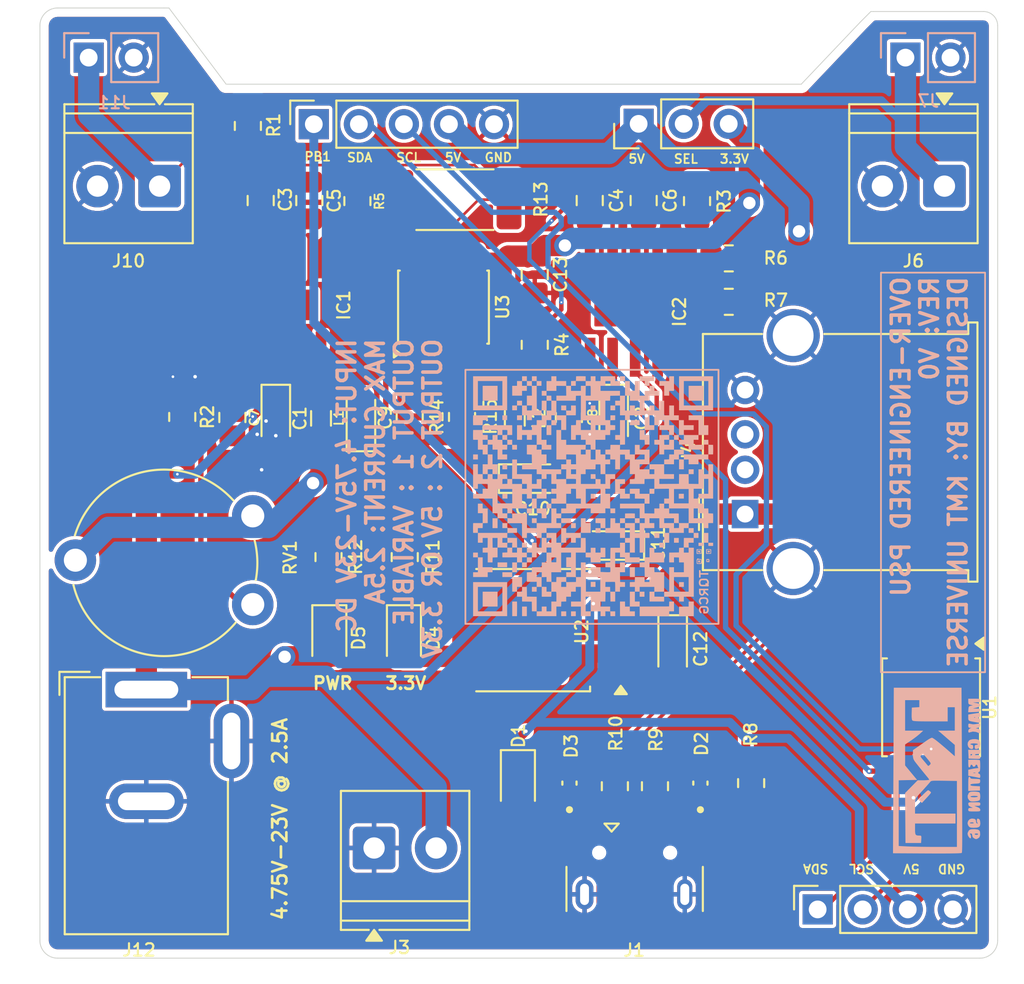
<source format=kicad_pcb>
(kicad_pcb (version 20241229) (generator "pcbnew") (generator_version "9.0")
  (layers (0 "F.Cu" signal) (2 "B.Cu" signal) (13 "F.Paste" user) (15 "B.Paste" user) (5 "F.SilkS" user "F.Silkscreen") (7 "B.SilkS" user "B.Silkscreen") (1 "F.Mask" user) (3 "B.Mask" user) (25 "Edge.Cuts" user))
  (net 0 "")
  (net 1 "GND")
  (net 2 "/BARREL")
  (net 3 "Net-(IC1-SS)")
  (net 4 "Net-(IC2-SS)")
  (net 5 "Net-(C5-Pad2)")
  (net 6 "Net-(IC1-COMP)")
  (net 7 "Net-(IC2-COMP)")
  (net 8 "Net-(C6-Pad2)")
  (net 9 "Net-(IC1-BS)")
  (net 10 "Net-(IC1-SW)")
  (net 11 "Net-(IC2-BS)")
  (net 12 "Net-(IC2-SW)")
  (net 13 "VAR_V")
  (net 14 "5V")
  (net 15 "3.3V")
  (net 16 "Net-(D1-A)")
  (net 17 "Net-(J1-D+)")
  (net 18 "Net-(J1-D-)")
  (net 19 "Net-(D4-K)")
  (net 20 "Net-(D5-K)")
  (net 21 "Net-(IC1-FB)")
  (net 22 "Net-(IC1-EN)")
  (net 23 "Net-(IC2-EN)")
  (net 24 "Net-(IC2-FB)")
  (net 28 "Net-(J5-Pin_2)")
  (net 29 "/SCL")
  (net 30 "/SDA")
  (net 31 "/PB1")
  (net 32 "/D+")
  (net 33 "/D-")
  (net 34 "Net-(U3-IN+)")
  (net 35 "Net-(U3-SDA)")
  (net 36 "Net-(U3-SCL)")
  (footprint "Inductor_SMD:L_0805_2012Metric_Pad1.05x1.20mm_HandSolder" (layer "F.Cu") (at 117.85 98.35 -90)
    (property "Reference" "L1")
    (property "Value" "2uH")
  )
  (footprint "Package_TO_SOT_SMD:TO-252-3_TabPin2" (layer "F.Cu") (at 129.71 110.2975 180)
    (property "Reference" "U2")
    (property "Value" "LM1117DT-3.3" (hide yes))
  )
  (footprint "Connector_PinHeader_2.54mm:PinHeader_1x03_P2.54mm_Vertical" (layer "F.Cu") (at 135.756667 81.735 90)
    (property "Reference" "J5" (hide yes))
    (property "Value" "01x03")
  )
  (footprint "Capacitor_SMD:C_0805_2012Metric_Pad1.18x1.45mm_HandSolder" (layer "F.Cu") (at 117.1892 86.0625 90)
    (property "Reference" "C5")
    (property "Value" "4.8nf")
  )
  (footprint "Capacitor_Tantalum_SMD:CP_EIA-2012-15_AVX-P_HandSolder" (layer "F.Cu") (at 120.1 98.31 90)
    (property "Reference" "C9")
    (property "Value" "12uf")
  )
  (footprint "MP2307.preety:SO8-TH" (layer "F.Cu") (at 115.945 91.95)
    (property "Reference" "IC1")
    (property "Value" "MP2307")
  )
  (footprint "Connector_USB:USB_A_Molex_67643_Horizontal" (layer "F.Cu") (at 141.76 103.75 90)
    (property "Reference" "J4")
    (property "Value" "USB_A")
  )
  (footprint "Resistor_SMD:R_0805_2012Metric_Pad1.20x1.40mm_HandSolder" (layer "F.Cu") (at 136.678 119.1 90)
    (property "Reference" "R9")
    (property "Value" "66.5")
  )
  (footprint "Capacitor_Tantalum_SMD:CP_EIA-2012-15_AVX-P_HandSolder" (layer "F.Cu") (at 134.17 105.5225 180)
    (property "Reference" "C11")
    (property "Value" "10uf")
  )
  (footprint "LED_SMD:LED_0805_2012Metric_Pad1.15x1.40mm_HandSolder" (layer "F.Cu") (at 122.525 110.75 -90)
    (property "Reference" "D4")
    (property "Value" "LED" (hide yes))
  )
  (footprint "Resistor_SMD:R_0805_2012Metric_Pad1.20x1.40mm_HandSolder" (layer "F.Cu") (at 122.85 98.27 90)
    (property "Reference" "R14")
    (property "Value" "3.3k")
  )
  (footprint "Resistor_SMD:R_0805_2012Metric_Pad1.20x1.40mm_HandSolder" (layer "F.Cu") (at 122.57 106.175 90)
    (property "Reference" "R11")
    (property "Value" "220")
  )
  (footprint "Package_SO:SOIC-8_3.9x4.9mm_P1.27mm" (layer "F.Cu") (at 124.755 92.075 90)
    (property "Reference" "U3")
    (property "Value" "INA219AxD")
  )
  (footprint "Resistor_SMD:R_0805_2012Metric_Pad1.20x1.40mm_HandSolder" (layer "F.Cu") (at 113.725 81.855 90)
    (property "Reference" "R1")
    (property "Value" "8.2k")
  )
  (footprint "BZT52C3V6T-7.preety:DIO_BZT52C3V6T-7" (layer "F.Cu") (at 139.239 118.925 90)
    (property "Reference" "D2")
    (property "Value" "BZT52C3V6T-7" (hide yes))
  )
  (footprint "MP2307.preety:SO8-TH" (layer "F.Cu") (at 134.925 92.3)
    (property "Reference" "IC2")
    (property "Value" "MP2307")
  )
  (footprint "Connector_PinSocket_2.54mm:PinSocket_1x04_P2.54mm_Vertical" (layer "F.Cu") (at 145.85 126.05 90)
    (property "Reference" "J8" (hide yes))
    (property "Value" "01x04")
  )
  (footprint "Capacitor_SMD:C_0805_2012Metric_Pad1.18x1.45mm_HandSolder" (layer "F.Cu") (at 112.85 98.3 -90)
    (property "Reference" "C7")
    (property "Value" "10nf")
  )
  (footprint "Resistor_SMD:R_0805_2012Metric_Pad1.20x1.40mm_HandSolder" (layer "F.Cu") (at 140.84 91.775 180)
    (property "Reference" "R7")
    (property "Value" "44.2k")
  )
  (footprint "TerminalBlock_Phoenix:TerminalBlock_Phoenix_PT-1,5-2-3.5-H_1x02_P3.50mm_Horizontal" (layer "F.Cu") (at 120.841083 122.585)
    (property "Reference" "J3")
    (property "Value" "01x02")
  )
  (footprint "Connector_USB:USB_Micro-B_XKB_U254-051T-4BH83-F1S" (layer "F.Cu") (at 135.532167 124.81)
    (property "Reference" "J1")
    (property "Value" "USB_B_Micro")
  )
  (footprint "TerminalBlock_Phoenix:TerminalBlock_Phoenix_PT-1,5-2-3.5-H_1x02_P3.50mm_Horizontal" (layer "F.Cu") (at 153 85.25 180)
    (property "Reference" "J6")
    (property "Value" "01x02")
  )
  (footprint "Capacitor_SMD:C_0805_2012Metric_Pad1.18x1.45mm_HandSolder" (layer "F.Cu") (at 114.4484 86.0625 90)
    (property "Reference" "C3")
    (property "Value" "0.1uf")
  )
  (footprint "Diode_SMD:D_0805_2012Metric_Pad1.15x1.40mm_HandSolder" (layer "F.Cu") (at 128.95 118.925 -90)
    (property "Reference" "D1")
    (property "Value" "1N5819" (hide yes))
  )
  (footprint "Capacitor_SMD:C_0805_2012Metric_Pad1.18x1.45mm_HandSolder" (layer "F.Cu") (at 129.9 90.2375 -90)
    (property "Reference" "C13")
    (property "Value" "0.1uf")
  )
  (footprint "Resistor_SMD:R_0805_2012Metric_Pad1.20x1.40mm_HandSolder" (layer "F.Cu") (at 118.2725 106.175 90)
    (property "Reference" "R12")
    (property "Value" "2K")
  )
  (footprint "Resistor_SMD:R_0805_2012Metric_Pad1.20x1.40mm_HandSolder" (layer "F.Cu") (at 140.84 89.325)
    (property "Reference" "R6")
    (property "Value" "10k")
  )
  (footprint "Resistor_SMD:R_0805_2012Metric_Pad1.20x1.40mm_HandSolder" (layer "F.Cu") (at 110.025 98.27 90)
    (property "Reference" "R2")
    (property "Value" "100k")
  )
  (footprint "Resistor_SMD:R_0805_2012Metric_Pad1.20x1.40mm_HandSolder" (layer "F.Cu") (at 119.9 86.0925 90)
    (property "Reference" "R5")
    (property "Value" "8.2k")
  )
  (footprint "Resistor_SMD:R_0805_2012Metric_Pad1.20x1.40mm_HandSolder" (layer "F.Cu") (at 139.05 86.0925 -90)
    (property "Reference" "R3")
    (property "Value" "8.2k")
  )
  (footprint "Potentiometer_THT:Potentiometer_Piher_PT-10-V10_Vertical" (layer "F.Cu") (at 114 103.85 180)
    (property "Reference" "RV1")
    (property "Value" "220k")
  )
  (footprint "Resistor_SMD:R_0805_2012Metric_Pad1.20x1.40mm_HandSolder" (layer "F.Cu") (at 142.1 118.925 -90)
    (property "Reference" "R8")
    (property "Value" "1.5k")
  )
  (footprint "Connector_PinSocket_2.54mm:PinSocket_1x05_P2.54mm_Vertical" (layer "F.Cu") (at 117.443333 81.755 90)
    (property "Reference" "J9" (hide yes))
    (property "Value" "01x05")
  )
  (footprint "Resistor_SMD:R_0805_2012Metric_Pad1.20x1.40mm_HandSolder" (layer "F.Cu") (at 134.417 119.1 90)
    (property "Reference" "R10")
    (property "Value" "66.5")
  )
  (footprint "Inductor_SMD:L_0805_2012Metric_Pad1.05x1.20mm_HandSolder" (layer "F.Cu") (at 128.775 98.35 -90)
    (property "Reference" "L2")
    (property "Value" "2uH")
  )
  (footprint "Capacitor_Tantalum_SMD:CP_EIA-2012-15_AVX-P_HandSolder" (layer "F.Cu") (at 134.35 98.35 -90)
    (property "Reference" "C2")
    (property "Value" "12uf")
  )
  (footprint "Resistor_SMD:R_2512_6332Metric_Pad1.40x3.35mm_HandSolder" (layer "F.Cu") (at 125.4 86.0125)
    (property "Reference" "R13")
    (property "Value" "10m")
  )
  (footprint "Capacitor_SMD:C_0805_2012Metric_Pad1.18x1.45mm_HandSolder" (layer "F.Cu") (at 136.04 86.0625 90)
    (property "Reference" "C6")
    (property "Value" "4.8nf")
  )
  (footprint "Resistor_SMD:R_0805_2012Metric_Pad1.20x1.40mm_HandSolder" (layer "F.Cu") (at 125.8 98.27 90)
    (property "Reference" "R15")
    (property "Value" "3.3k")
  )
  (footprint "Resistor_SMD:R_0805_2012Metric_Pad1.20x1.40mm_HandSolder" (layer "F.Cu") (at 129.9 94.2 90)
    (property "Reference" "R4")
    (property "Value" "100k")
  )
  (footprint "TerminalBlock_Phoenix:TerminalBlock_Phoenix_PT-1,5-2-3.5-H_1x02_P3.50mm_Horizontal" (layer "F.Cu") (at 108.75 85.25 180)
    (property "Reference" "J10")
    (property "Value" "01x02")
  )
  (footprint "Capacitor_SMD:C_0805_2012Metric_Pad1.18x1.45mm_HandSolder" (layer "F.Cu") (at 133 86.0625 90)
    (property "Reference" "C4")
    (property "Value" "0.1uf")
  )
  (footprint "Capacitor_Tantalum_SMD:CP_EIA-2012-15_AVX-P_HandSolder" (layer "F.Cu") (at 115.3 98.35 -90)
    (property "Reference" "C1")
    (property "Value" "12uf")
  )
  (footprint "Capacitor_SMD:C_0805_2012Metric_Pad1.18x1.45mm_HandSolder" (layer "F.Cu") (at 131.825 98.3 -90)
    (property "Reference" "C8")
    (property "Value" "10nf")
  )
  (footprint "BZT52C3V6T-7.preety:DIO_BZT52C3V6T-7" (layer "F.Cu") (at 131.856 118.925 90)
    (property "Reference" "D3")
    (property "Value" "BZT52C3V6T-7" (hide yes))
  )
  (footprint "Connector_BarrelJack:BarrelJack_GCT_DCJ200-10-A_Horizontal" (layer "F.Cu") (at 108 113.65)
    (property "Reference" "J12")
    (property "Value" "Barrel_Jack_Switch")
  )
  (footprint "Capacitor_Tantalum_SMD:CP_EIA-2012-15_AVX-P_HandSolder" (layer "F.Cu") (at 129.7725 101.75)
    (property "Reference" "C10")
    (property "Value" "12uf")
  )
  (footprint "LED_SMD:LED_0805_2012Metric_Pad1.15x1.40mm_HandSolder" (layer "F.Cu") (at 118.3175 110.75 -90)
    (property "Reference" "D5")
    (property "Value" "LED" (hide yes))
  )
  (footprint "Package_SO:SOIC-8_5.3x5.3mm_P1.27mm" (layer "F.Cu") (at 152.245 114.65 -90)
    (property "Reference" "U1")
    (property "Value" "ATtiny85V-10S")
  )
  (footprint "Capacitor_Tantalum_SMD:CP_EIA-2012-15_AVX-P_HandSolder" (layer "F.Cu") (at 137.675 111.35 -90)
    (property "Reference" "C12")
    (property "Value" "10uf")
  )
  (footprint "LOGO" (layer "B.Cu") (at 133.19 102.74 -90)
    (property "Reference" "G***" (hide yes))
    (property "Value" "LOGO" (hide yes))
  )
  (footprint "LOGO" (layer "B.Cu") (at 152.58149 118.524411 -90)
    (property "Reference" "G***" (hide yes))
    (property "Value" "LOGO" (hide yes))
  )
  (footprint "Connector_PinHeader_2.54mm:PinHeader_1x02_P2.54mm_Vertical" (layer "B.Cu") (at 150.8 78 -90)
    (property "Reference" "J7")
    (property "Value" "01x02")
  )
  (footprint "Connector_PinHeader_2.54mm:PinHeader_1x02_P2.54mm_Vertical" (layer "B.Cu") (at 104.75 78 -90)
    (property "Reference" "J11")
    (property "Value" "01x02")
  )
  (gr_rect (start 125.99 95.61) (end 140.26 109.94) (stroke (width 0.1)) (fill no) (layer "B.SilkS"))
  (gr_rect (start 149.42 90.13) (end 155.29 112.67) (stroke (width 0.1)) (fill no) (layer "B.SilkS"))
  (gr_arc (start 102 76.2) (mid 102.292893 75.492893) (end 103 75.2) (stroke (width 0.05)) (layer "Edge.Cuts"))
  (gr_line (start 149 75.4) (end 148.85 75.4) (stroke (width 0.05)) (layer "Edge.Cuts"))
  (gr_line (start 144.925 79.5) (end 112.5 79.5) (stroke (width 0.05)) (layer "Edge.Cuts"))
  (gr_line (start 148.75 75.5) (end 148.85 75.4) (stroke (width 0.05)) (layer "Edge.Cuts"))
  (gr_line (start 102 127.8) (end 102 76.2) (stroke (width 0.05)) (layer "Edge.Cuts"))
  (gr_line (start 112.5 79.5) (end 109.5 75.5) (stroke (width 0.05)) (layer "Edge.Cuts"))
  (gr_line (start 109 75.2) (end 109.275 75.2) (stroke (width 0.05)) (layer "Edge.Cuts"))
  (gr_line (start 103 128.8) (end 155 128.8) (stroke (width 0.05)) (layer "Edge.Cuts"))
  (gr_line (start 156 127.8) (end 156 76.2) (stroke (width 0.05)) (layer "Edge.Cuts"))
  (gr_line (start 109.5 75.5) (end 109.275 75.2) (stroke (width 0.05)) (layer "Edge.Cuts"))
  (gr_arc (start 155.2 75.4) (mid 155.765685 75.634315) (end 156 76.2) (stroke (width 0.05)) (layer "Edge.Cuts"))
  (gr_arc (start 156 127.8) (mid 155.707107 128.507107) (end 155 128.8) (stroke (width 0.05)) (layer "Edge.Cuts"))
  (gr_line (start 103 75.2) (end 109 75.2) (stroke (width 0.05)) (layer "Edge.Cuts"))
  (gr_line (start 144.925 79.5) (end 148.25 76) (stroke (width 0.05)) (layer "Edge.Cuts"))
  (gr_line (start 155.2 75.4) (end 149 75.4) (stroke (width 0.05)) (layer "Edge.Cuts"))
  (gr_line (start 148.75 75.5) (end 148.25 76) (stroke (width 0.05)) (layer "Edge.Cuts"))
  (gr_arc (start 103 128.8) (mid 102.292893 128.507107) (end 102 127.8) (stroke (width 0.05)) (layer "Edge.Cuts"))
  (gr_text "PB1\n" (at 116.86 83.88 0) (layer "F.SilkS") (effects (font (size 0.5 0.5) (thickness 0.1)) (justify left bottom)))
  (gr_text "4.75V-23V @ 2.5A" (at 116 126.75 90) (layer "F.SilkS") (effects (font (size 0.8 0.8) (thickness 0.15) (bold yes)) (justify left bottom)))
  (gr_text "SDA" (at 146.51 123.46 180) (layer "F.SilkS") (effects (font (size 0.5 0.5) (thickness 0.1)) (justify left bottom)))
  (gr_text "SCL" (at 122.03127 83.93 0) (layer "F.SilkS") (effects (font (size 0.5 0.5) (thickness 0.1)) (justify left bottom)))
  (gr_text "3.3V\n" (at 140.28 84.01 0) (layer "F.SilkS") (effects (font (size 0.5 0.5) (thickness 0.1)) (justify left bottom)))
  (gr_text "5V\n" (at 135.13 84.01 0) (layer "F.SilkS") (effects (font (size 0.5 0.5) (thickness 0.1)) (justify left bottom)))
  (gr_text "3.3V" (at 121.4 113.7 0) (layer "F.SilkS") (effects (font (size 0.7 0.7) (thickness 0.15) (bold yes)) (justify left bottom)))
  (gr_text "PWR" (at 117.31 113.7 0) (layer "F.SilkS") (effects (font (size 0.7 0.7) (thickness 0.15) (bold yes)) (justify left bottom)))
  (gr_text "SDA" (at 119.26 83.93 0) (layer "F.SilkS") (effects (font (size 0.5 0.5) (thickness 0.1)) (justify left bottom)))
  (gr_text "SCL" (at 149.083333 123.46 180) (layer "F.SilkS") (effects (font (size 0.5 0.5) (thickness 0.1)) (justify left bottom)))
  (gr_text "GND\n" (at 127.02 83.93 0) (layer "F.SilkS") (effects (font (size 0.5 0.5) (thickness 0.1)) (justify left bottom)))
  (gr_text "5V\n" (at 124.77873 83.93 0) (layer "F.SilkS") (effects (font (size 0.5 0.5) (thickness 0.1)) (justify left bottom)))
  (gr_text "GND\n" (at 154.23 123.46 180) (layer "F.SilkS") (effects (font (size 0.5 0.5) (thickness 0.1)) (justify left bottom)))
  (gr_text "5V\n" (at 151.656667 123.46 180) (layer "F.SilkS") (effects (font (size 0.5 0.5) (thickness 0.1)) (justify left bottom)))
  (gr_text "SEL" (at 137.69 84.01 0) (layer "F.SilkS") (effects (font (size 0.5 0.5) (thickness 0.1)) (justify left bottom)))
  (gr_text "OVER-ENGINEERED PSU\nREV: V0\nDESIGNED BY: KMT UNIVERSE\n" (at 154.35 90.25 90) (layer "B.SilkS") (effects (font (size 1 1) (thickness 0.2) (bold yes)) (justify left bottom mirror)))
  (gr_text "INPUT: 4.75V-23V DC\nMAX CURRENT: 2.5A\nOUTPUT 1 : VARIABLE \nOUTPUT 2 : 5V OR 3.3V " (at 124.72 93.75 90) (layer "B.SilkS") (effects (font (size 1 1) (thickness 0.2) (bold yes)) (justify left bottom mirror)))
  (segment (start 116.647 99.22113) (end 116.647 100.17768) (width 0.3) (layer "F.Cu") (net 1))
  (segment (start 115.57468 101.25) (end 114.5 101.25) (width 0.3) (layer "F.Cu") (net 1))
  (segment (start 114.25 99.25) (end 115.2225 99.25) (width 0.3) (layer "F.Cu") (net 1))
  (segment (start 120.1 97.3325) (end 119.3565 98.076) (width 0.3) (layer "F.Cu") (net 1))
  (segment (start 119.3565 98.076) (end 117.79213 98.076) (width 0.3) (layer "F.Cu") (net 1))
  (segment (start 115.2225 99.25) (end 115.3 99.3275) (width 0.3) (layer "F.Cu") (net 1))
  (segment (start 117.79213 98.076) (end 116.647 99.22113) (width 0.3) (layer "F.Cu") (net 1))
  (segment (start 116.647 100.17768) (end 115.57468 101.25) (width 0.3) (layer "F.Cu") (net 1))
  (via (at 135.25 98.5) (size 0.3) (drill 0.15) (layers "F.Cu" "B.Cu") (net 1))
  (via (at 114.75 98.5) (size 0.5) (drill 0.2) (layers "F.Cu" "B.Cu") (net 1))
  (via (at 114.5 101.25) (size 0.5) (drill 0.2) (layers "F.Cu" "B.Cu") (net 1))
  (via (at 115.3 99.3275) (size 0.5) (drill 0.2) (layers "F.Cu" "B.Cu") (net 1))
  (via (at 133 97.5) (size 0.3) (drill 0.15) (layers "F.Cu" "B.Cu") (net 1))
  (via (at 133 99.25) (size 0.3) (drill 0.15) (layers "F.Cu" "B.Cu") (net 1))
  (via (at 110.75 96) (size 0.5) (drill 0.2) (layers "F.Cu" "B.Cu") (net 1))
  (via (at 114.25 99.25) (size 0.5) (drill 0.2) (layers "F.Cu" "B.Cu") (net 1))
  (via (at 109.5 96) (size 0.3) (drill 0.15) (layers "F.Cu" "B.Cu") (net 1))
  (segment (start 114.5 101.25) (end 114.5 99.5) (width 0.3) (layer "B.Cu") (net 1))
  (segment (start 114.5 99.5) (end 114.25 99.25) (width 0.3) (layer "B.Cu") (net 1))
  (segment (start 134.35 97.3725) (end 135.3725 97.3725) (width 0.5) (layer "F.Cu") (net 2))
  (segment (start 129.9 97.148292) (end 129.9 95.2) (width 0.5) (layer "F.Cu") (net 2))
  (segment (start 134.35 97.3725) (end 133.4225 98.3) (width 0.5) (layer "F.Cu") (net 2))
  (segment (start 134.29 94.9) (end 134.29 97.3125) (width 0.5) (layer "F.Cu") (net 2))
  (segment (start 115.8 111.8) (end 118.2925 111.8) (width 1.2) (layer "F.Cu") (net 2))
  (segment (start 131.051708 98.3) (end 129.9 97.148292) (width 0.5) (layer "F.Cu") (net 2))
  (segment (start 135.3725 97.3725) (end 136.2 98.2) (width 0.5) (layer "F.Cu") (net 2))
  (segment (start 118.2925 111.8) (end 118.3175 111.775) (width 1.2) (layer "F.Cu") (net 2))
  (segment (start 115.31 95.35) (end 115.31 94.55) (width 0.5) (layer "F.Cu") (net 2))
  (segment (start 108.205 101.5) (end 108 101.295) (width 0.5) (layer "F.Cu") (net 2))
  (segment (start 115.3 97.3725) (end 114.8775 97.3725) (width 0.5) (layer "F.Cu") (net 2))
  (segment (start 108 101.295) (end 110.025 99.27) (width 1.2) (layer "F.Cu") (net 2))
  (segment (start 133.4225 98.3) (end 131.051708 98.3) (width 0.5) (layer "F.Cu") (net 2))
  (segment (start 114.8775 97.3725) (end 114 98.25) (width 0.5) (layer "F.Cu") (net 2))
  (segment (start 115.3 97.3725) (end 115.3 94.56) (width 0.5) (layer "F.Cu") (net 2))
  (segment (start 134.29 97.3125) (end 134.35 97.3725) (width 0.5) (layer "F.Cu") (net 2))
  (segment (start 109.75 101.5) (end 108.205 101.5) (width 0.5) (layer "F.Cu") (net 2))
  (segment (start 108 113.65) (end 108 101.295) (width 1.2) (layer "F.Cu") (net 2))
  (segment (start 115.3 94.56) (end 115.31 94.55) (width 0.5) (layer "F.Cu") (net 2))
  (via (at 114 98.25) (size 0.3) (drill 0.15) (layers "F.Cu" "B.Cu") (net 2))
  (via (at 109.75 101.5) (size 0.3) (drill 0.15) (layers "F.Cu" "B.Cu") (net 2))
  (via (at 115.8 111.8) (size 1.2) (drill 0.7) (layers "F.Cu" "B.Cu") (net 2))
  (via (at 136.2 98.2) (size 0.5) (drill 0.2) (layers "F.Cu" "B.Cu") (net 2))
  (segment (start 124.341083 119.141083) (end 118.1 112.9) (width 1.2) (layer "B.Cu") (net 2))
  (segment (start 123.7 112.9) (end 118.1 112.9) (width 0.5) (layer "B.Cu") (net 2))
  (segment (start 136.6 98.6) (end 136.6 100) (width 0.5) (layer "B.Cu") (net 2))
  (segment (start 110.75 101.5) (end 109.75 101.5) (width 0.5) (layer "B.Cu") (net 2))
  (segment (start 114 98.25) (end 110.75 101.5) (width 0.5) (layer "B.Cu") (net 2))
  (segment (start 136.2 98.2) (end 136.6 98.6) (width 0.5) (layer "B.Cu") (net 2))
  (segment (start 136.6 100) (end 123.7 112.9) (width 0.5) (layer "B.Cu") (net 2))
  (segment (start 113.95 113.65) (end 114.7 112.9) (width 1.2) (layer "B.Cu") (net 2))
  (segment (start 124.341083 122.585) (end 124.341083 119.141083) (width 1.2) (layer "B.Cu") (net 2))
  (segment (start 114.7 112.9) (end 115.8 111.8) (width 1.2) (layer "B.Cu") (net 2))
  (segment (start 118.1 112.9) (end 114.7 112.9) (width 1.2) (layer "B.Cu") (net 2))
  (segment (start 108 113.65) (end 113.95 113.65) (width 1.2) (layer "B.Cu") (net 2))
  (segment (start 114.04 87.5084) (end 114.4484 87.1) (width 0.3) (layer "F.Cu") (net 3))
  (segment (start 114.04 89.35) (end 114.04 87.5084) (width 0.3) (layer "F.Cu") (net 3))
  (segment (start 133 89.68) (end 133.02 89.7) (width 0.25) (layer "F.Cu") (net 4))
  (segment (start 133 87.1) (end 133 89.68) (width 0.25) (layer "F.Cu") (net 4))
  (segment (start 117.1892 85.025) (end 115.0192 82.855) (width 0.25) (layer "F.Cu") (net 5))
  (segment (start 115.0192 82.855) (end 113.725 82.855) (width 0.25) (layer "F.Cu") (net 5))
  (segment (start 116.58 89.35) (end 116.58 87.7092) (width 0.3) (layer "F.Cu") (net 6))
  (segment (start 116.58 87.7092) (end 117.1892 87.1) (width 0.3) (layer "F.Cu") (net 6))
  (segment (start 135.4 87.74) (end 135.4 89.54) (width 0.25) (layer "F.Cu") (net 7))
  (segment (start 135.4 89.54) (end 135.56 89.7) (width 0.25) (layer "F.Cu") (net 7))
  (segment (start 136.04 87.1) (end 135.4 87.74) (width 0.25) (layer "F.Cu") (net 7))
  (segment (start 138.9825 85.025) (end 139.05 85.0925) (width 0.25) (layer "F.Cu") (net 8))
  (segment (start 136.04 85.025) (end 138.9825 85.025) (width 0.25) (layer "F.Cu") (net 8))
  (segment (start 114.04 96.0725) (end 112.85 97.2625) (width 0.3) (layer "F.Cu") (net 9))
  (segment (start 114.04 94.55) (end 114.04 96.0725) (width 0.3) (layer "F.Cu") (net 9))
  (segment (start 116.171 99.980514) (end 115.840514 100.311) (width 0.25) (layer "F.Cu") (net 10))
  (segment (start 116.58 94.55) (end 116.58 95.93) (width 0.25) (layer "F.Cu") (net 10))
  (segment (start 113.8235 100.311) (end 112.85 99.3375) (width 0.25) (layer "F.Cu") (net 10))
  (segment (start 115.840514 100.311) (end 113.8235 100.311) (width 0.25) (layer "F.Cu") (net 10))
  (segment (start 117.85 97.2) (end 116.171 98.879) (width 0.25) (layer "F.Cu") (net 10))
  (segment (start 116.171 98.879) (end 116.171 99.980514) (width 0.25) (layer "F.Cu") (net 10))
  (segment (start 116.58 95.93) (end 117.85 97.2) (width 0.25) (layer "F.Cu") (net 10))
  (segment (start 131.825 96.095) (end 131.825 97.2625) (width 0.25) (layer "F.Cu") (net 11))
  (segment (start 133.02 94.9) (end 131.825 96.095) (width 0.25) (layer "F.Cu") (net 11))
  (segment (start 136.776 96.916) (end 136.776 98.438588) (width 0.25) (layer "F.Cu") (net 12))
  (segment (start 136.776 98.438588) (end 134.903588 100.311) (width 0.25) (layer "F.Cu") (net 12))
  (segment (start 135.56 95.7) (end 136.776 96.916) (width 0.25) (layer "F.Cu") (net 12))
  (segment (start 135.56 94.9) (end 135.56 95.7) (width 0.25) (layer "F.Cu") (net 12))
  (segment (start 134.903588 100.311) (end 132.7985 100.311) (width 0.25) (layer "F.Cu") (net 12))
  (segment (start 132.7985 100.311) (end 131.825 99.3375) (width 0.25) (layer "F.Cu") (net 12))
  (segment (start 130.9125 99.3375) (end 131.825 99.3375) (width 0.25) (layer "F.Cu") (net 12))
  (segment (start 128.775 97.2) (end 130.9125 99.3375) (width 0.25) (layer "F.Cu") (net 12))
  (segment (start 124.12 88.625001) (end 126.732501 86.0125) (width 0.15) (layer "F.Cu") (net 13))
  (segment (start 112.021 81.979) (end 108.75 85.25) (width 0.15) (layer "F.Cu") (net 13))
  (segment (start 121.5 98.25) (end 121.5 92.75) (width 0.3) (layer "F.Cu") (net 13))
  (segment (start 126.499 84.0615) (end 116.7928 84.0615) (width 0.15) (layer "F.Cu") (net 13))
  (segment (start 126.732501 86.0125) (end 128.45 86.0125) (width 0.15) (layer "F.Cu") (net 13))
  (segment (start 119.8875 99.5) (end 120.1 99.2875) (width 1.2) (layer "F.Cu") (net 13))
  (segment (start 120.4625 99.2875) (end 121.5 98.25) (width 0.3) (layer "F.Cu") (net 13))
  (segment (start 116.7928 84.0615) (end 114.7103 81.979) (width 0.15) (layer "F.Cu") (net 13))
  (segment (start 128.45 86.0125) (end 126.499 84.0615) (width 0.15) (layer "F.Cu") (net 13))
  (segment (start 121.5 92.75) (end 124.12 90.13) (width 0.3) (layer "F.Cu") (net 13))
  (segment (start 117.85 101.55) (end 117.4 102) (width 1.2) (layer "F.Cu") (net 13))
  (segment (start 124.12 89.6) (end 124.12 88.625001) (width 0.15) (layer "F.Cu") (net 13))
  (segment (start 124.12 90.13) (end 124.12 89.6) (width 0.3) (layer "F.Cu") (net 13))
  (segment (start 120.1 99.2875) (end 120.4625 99.2875) (width 0.3) (layer "F.Cu") (net 13))
  (segment (start 117.85 99.5) (end 117.85 101.55) (width 1.2) (layer "F.Cu") (net 13))
  (segment (start 117.85 99.5) (end 119.8875 99.5) (width 1.2) (layer "F.Cu") (net 13))
  (segment (start 114.7103 81.979) (end 112.021 81.979) (width 0.15) (layer "F.Cu") (net 13))
  (via (at 117.4 102) (size 1.2) (drill 0.7) (layers "F.Cu" "B.Cu") (net 13))
  (segment (start 117.4 102) (end 114.9 104.5) (width 1.2) (layer "B.Cu") (net 13))
  (segment (start 105.85 104.5) (end 104 106.35) (width 1.2) (layer "B.Cu") (net 13))
  (segment (start 104.75 78) (end 104.75 81.25) (width 1.2) (layer "B.Cu") (net 13))
  (segment (start 104.75 81.25) (end 108.75 85.25) (width 1.2) (layer "B.Cu") (net 13))
  (segment (start 114.9 104.5) (end 105.85 104.5) (width 1.2) (layer "B.Cu") (net 13))
  (segment (start 128.95 116.45) (end 129.4 116) (width 0.5) (layer "F.Cu") (net 14))
  (segment (start 128.775 101.73) (end 128.795 101.75) (width 1.2) (layer "F.Cu") (net 14))
  (segment (start 136.6 103.4) (end 138 104.8) (width 1.2) (layer "F.Cu") (net 14))
  (segment (start 145.05 103.75) (end 148.4 100.4) (width 1.2) (layer "F.Cu") (net 14))
  (segment (start 130.204234 103.4) (end 136.6 103.4) (width 1.2) (layer "F.Cu") (net 14))
  (segment (start 135.3675 107.4) (end 136.6 106.1675) (width 1.2) (layer "F.Cu") (net 14))
  (segment (start 133.9675 108.8) (end 134.75 108.0175) (width 0.5) (layer "F.Cu") (net 14))
  (segment (start 128.95 117.9) (end 128.95 116.45) (width 0.5) (layer "F.Cu") (net 14))
  (segment (start 154.15 122.83) (end 154.15 118.2375) (width 0.5) (layer "F.Cu") (net 14))
  (segment (start 148.4 92) (end 146.8 90.4) (width 1.2) (layer "F.Cu") (net 14))
  (segment (start 133.2 108.8) (end 133.9675 108.8) (width 0.5) (layer "F.Cu") (net 14))
  (segment (start 128.775 99.5) (end 128.775 101.73) (width 1.2) (layer "F.Cu") (net 14))
  (segment (start 139.05 103.75) (end 141.76 103.75) (width 1.2) (layer "F.Cu") (net 14))
  (segment (start 144.8 87.8) (end 144.8 90.4) (width 1.2) (layer "F.Cu") (net 14))
  (segment (start 128.795 101.990766) (end 130.204234 103.4) (width 1.2) (layer "F.Cu") (net 14))
  (segment (start 146.8 90.4) (end 144.8 90.4) (width 1.2) (layer "F.Cu") (net 14))
  (segment (start 134.75 108.0175) (end 135.3675 107.4) (width 1.2) (layer "F.Cu") (net 14))
  (segment (start 136.5225 105.5225) (end 135.1475 105.5225) (width 1.2) (layer "F.Cu") (net 14))
  (segment (start 138 104.8) (end 139.05 103.75) (width 1.2) (layer "F.Cu") (net 14))
  (segment (start 141.8 117.625) (end 142.1 117.925) (width 0.5) (layer "F.Cu") (net 14))
  (segment (start 150.93 126.05) (end 154.15 122.83) (width 0.5) (layer "F.Cu") (net 14))
  (segment (start 136.6 106.1675) (end 136.6 105.6) (width 1.2) (layer "F.Cu") (net 14))
  (segment (start 143.215 90.4) (end 141.84 91.775) (width 1.2) (layer "F.Cu") (net 14))
  (segment (start 128.795 101.75) (end 128.795 101.990766) (width 1.2) (layer "F.Cu") (net 14))
  (segment (start 136.6 105.6) (end 136.5225 105.5225) (width 1.2) (layer "F.Cu") (net 14))
  (segment (start 141.76 103.75) (end 145.05 103.75) (width 1.2) (layer "F.Cu") (net 14))
  (segment (start 141.8 116.4) (end 141.8 117.625) (width 0.5) (layer "F.Cu") (net 14))
  (segment (start 136.6 105.6) (end 137.2 105.6) (width 1.2) (layer "F.Cu") (net 14))
  (segment (start 144.8 90.4) (end 143.215 90.4) (width 1.2) (layer "F.Cu") (net 14))
  (segment (start 137.2 105.6) (end 138 104.8) (width 1.2) (layer "F.Cu") (net 14))
  (segment (start 148.4 100.4) (end 148.4 92) (width 1.2) (layer "F.Cu") (net 14))
  (via (at 141.8 116.4) (size 0.5) (drill 0.2) (layers "F.Cu" "B.Cu") (net 14))
  (via (at 133.2 108.8) (size 0.5) (drill 0.2) (layers "F.Cu" "B.Cu") (net 14))
  (via (at 144.8 87.8) (size 1.2) (drill 0.7) (layers "F.Cu" "B.Cu") (net 14))
  (via (at 129.4 116) (size 0.5) (drill 0.2) (layers "F.Cu" "B.Cu") (net 14))
  (segment (start 126.714333 83.406) (end 125.063333 81.755) (width 1.2) (layer "B.Cu") (net 14))
  (segment (start 148.2 120.4) (end 144.2 116.4) (width 0.5) (layer "B.Cu") (net 14))
  (segment (start 129.9 115.5) (end 140.9 115.5) (width 0.5) (layer "B.Cu") (net 14))
  (segment (start 150.93 126.05) (end 148.2 123.32) (width 0.5) (layer "B.Cu") (net 14))
  (segment (start 148.2 123.32) (end 148.2 120.4) (width 0.5) (layer "B.Cu") (net 14))
  (segment (start 144.8 86.2) (end 144.8 87.8) (width 1.2) (layer "B.Cu") (net 14))
  (segment (start 140.9 115.5) (end 141.8 116.4) (width 0.5) (layer "B.Cu") (net 14))
  (segment (start 137.621667 83.6) (end 142.2 83.6) (width 1.2) (layer "B.Cu") (net 14))
  (segment (start 133 109) (end 133.2 108.8) (width 0.5) (layer "B.Cu") (net 14))
  (segment (start 129.4 116) (end 129.9 115.5) (width 0.5) (layer "B.Cu") (net 14))
  (segment (start 135.756667 81.735) (end 137.621667 83.6) (width 1.2) (layer "B.Cu") (net 14))
  (segment (start 135.756667 81.735) (end 134.085667 83.406) (width 1.2) (layer "B.Cu") (net 14))
  (segment (start 134.085667 83.406) (end 126.714333 83.406) (width 1.2) (layer "B.Cu") (net 14))
  (segment (start 142.2 83.6) (end 144.8 86.2) (width 1.2) (layer "B.Cu") (net 14))
  (segment (start 133 112.4) (end 133 109) (width 0.5) (layer "B.Cu") (net 14))
  (segment (start 144.2 116.4) (end 141.8 116.4) (width 0.5) (layer "B.Cu") (net 14))
  (segment (start 129.9 115.5) (end 133 112.4) (width 0.5) (layer "B.Cu") (net 14))
  (segment (start 122.525 111.775) (end 126.9725 111.775) (width 1.2) (layer "F.Cu") (net 15))
  (segment (start 128 95.534074) (end 128 89.6) (width 1.2) (layer "F.Cu") (net 15))
  (segment (start 126.093266 99.27) (end 127.374 97.989266) (width 1.2) (layer "F.Cu") (net 15))
  (segment (start 127.374 97.989266) (end 127.374 96.160074) (width 1.2) (layer "F.Cu") (net 15))
  (segment (start 128 89.6) (end 128.4 89.2) (width 1.2) (layer "F.Cu") (net 15))
  (segment (start 131.6 88.6) (end 130.5 88.6) (width 1.2) (layer "F.Cu") (net 15))
  (segment (start 122.85 99.65) (end 122.85 99.27) (width 1.2) (layer "F.Cu") (net 15))
  (segment (start 128 89.6) (end 126.66 89.6) (width 1.2) (layer "F.Cu") (net 15))
  (segment (start 129.5 89.6) (end 129.9 89.2) (width 0.5) (layer "F.Cu") (net 15))
  (segment (start 128.4 89.2) (end 129.9 89.2) (width 1.2) (layer "F.Cu") (net 15))
  (segment (start 125.8 102.6) (end 122.85 99.65) (width 1.2) (layer "F.Cu") (net 15))
  (segment (start 137.6 110.2975) (end 137.675 110.3725) (width 1.2) (layer "F.Cu") (net 15))
  (segment (start 126.9725 111.775) (end 128.45 110.2975) (width 1.2) (layer "F.Cu") (net 15))
  (segment (start 134.75 110.2975) (end 137.6 110.2975) (width 1.2) (layer "F.Cu") (net 15))
  (segment (start 125.8 99.27) (end 126.093266 99.27) (width 1.2) (layer "F.Cu") (net 15))
  (segment (start 125.8 99.27) (end 122.85 99.27) (width 1.2) (layer "F.Cu") (net 15))
  (segment (start 128.45 110.2975) (end 134.75 110.2975) (width 1.2) (layer "F.Cu") (net 15))
  (segment (start 140.836667 81.735) (end 142 82.898333) (width 1.2) (layer "F.Cu") (net 15))
  (segment (start 130.5 88.6) (end 129.9 89.2) (width 1.2) (layer "F.Cu") (net 15))
  (segment (start 125.8 107.6475) (end 125.8 102.6) (width 1.2) (layer "F.Cu") (net 15))
  (segment (start 127.374 96.160074) (end 128 95.534074) (width 1.2) (layer "F.Cu") (net 15))
  (segment (start 142 82.898333) (end 142 86.2) (width 1.2) (layer "F.Cu") (net 15))
  (segment (start 128.45 110.2975) (end 125.8 107.6475) (width 1.2) (layer "F.Cu") (net 15))
  (via (at 142 86.2) (size 1.2) (drill 0.7) (layers "F.Cu" "B.Cu") (net 15))
  (via (at 131.6 88.6) (size 1.2) (drill 0.7) (layers "F.Cu" "B.Cu") (net 15))
  (segment (start 140 88.2) (end 139.8 88.2) (width 1.2) (layer "B.Cu") (net 15))
  (segment (start 132 88.2) (end 131.6 88.6) (width 1.2) (layer "B.Cu") (net 15))
  (segment (start 139.8 88.2) (end 132 88.2) (width 1.2) (layer "B.Cu") (net 15))
  (segment (start 142 86.2) (end 140 88.2) (width 1.2) (layer "B.Cu") (net 15))
  (segment (start 134.232167 122.05) (end 133.382167 121.2) (width 0.3) (layer "F.Cu") (net 16))
  (segment (start 133.382167 121.2) (end 130.2 121.2) (width 0.3) (layer "F.Cu") (net 16))
  (segment (start 130.2 121.2) (end 128.95 119.95) (width 0.3) (layer "F.Cu") (net 16))
  (segment (start 134.232167 122.525) (end 134.232167 122.05) (width 0.3) (layer "F.Cu") (net 16))
  (segment (start 139.539 119.925) (end 139.239 119.625) (width 0.3) (layer "F.Cu") (net 17))
  (segment (start 135.532167 122.525) (end 135.532167 121.667833) (width 0.2) (layer "F.Cu") (net 17))
  (segment (start 136.678 120.1) (end 138.764 120.1) (width 0.3) (layer "F.Cu") (net 17))
  (segment (start 138.764 120.1) (end 139.239 119.625) (width 0.3) (layer "F.Cu") (net 17))
  (segment (start 142.1 119.925) (end 139.539 119.925) (width 0.3) (layer "F.Cu") (net 17))
  (segment (start 136.678 120.522) (end 136.678 120.1) (width 0.2) (layer "F.Cu") (net 17))
  (segment (start 135.532167 121.667833) (end 136.678 120.522) (width 0.2) (layer "F.Cu") (net 17))
  (segment (start 132.331 120.1) (end 131.856 119.625) (width 0.3) (layer "F.Cu") (net 18))
  (segment (start 134.882167 122.525) (end 134.882167 121.682167) (width 0.2) (layer "F.Cu") (net 18))
  (segment (start 134.882167 121.682167) (end 134.417 121.217) (width 0.2) (layer "F.Cu") (net 18))
  (segment (start 134.417 121.217) (end 134.417 120.1) (width 0.2) (layer "F.Cu") (net 18))
  (segment (start 134.417 120.1) (end 132.331 120.1) (width 0.3) (layer "F.Cu") (net 18))
  (segment (start 122.57 109.68) (end 122.525 109.725) (width 0.25) (layer "F.Cu") (net 19))
  (segment (start 122.57 107.175) (end 122.57 109.68) (width 0.25) (layer "F.Cu") (net 19))
  (segment (start 118.2725 107.175) (end 118.2725 109.68) (width 0.25) (layer "F.Cu") (net 20))
  (segment (start 118.2725 109.68) (end 118.3175 109.725) (width 0.25) (layer "F.Cu") (net 20))
  (segment (start 108.974 97.87587) (end 108.974 88.526) (width 0.3) (layer "F.Cu") (net 21))
  (segment (start 114 109.5) (end 113.35 108.85) (width 0.3) (layer "F.Cu") (net 21))
  (segment (start 111.076 106.576) (end 111.076 98.56613) (width 0.3) (layer "F.Cu") (net 21))
  (segment (start 117.92007 86.1615) (end 118.725 86.96643) (width 0.3) (layer "F.Cu") (net 21))
  (segment (start 119.1075 87.0925) (end 119.9 87.0925) (width 0.3) (layer "F.Cu") (net 21))
  (segment (start 116.1132 85.81637) (end 116.45833 86.1615) (width 0.3) (layer "F.Cu") (net 21))
  (segment (start 116.1132 85.02043) (end 116.1132 85.81637) (width 0.3) (layer "F.Cu") (net 21))
  (segment (start 108.974 88.526) (end 113.4135 84.0865) (width 0.3) (layer "F.Cu") (net 21))
  (segment (start 118.725 87.475) (end 119.1075 87.0925) (width 0.3) (layer "F.Cu") (net 21))
  (segment (start 110.73087 98.221) (end 109.31913 98.221) (width 0.3) (layer "F.Cu") (net 21))
  (segment (start 113.4135 84.0865) (end 115.17927 84.0865) (width 0.3) (layer "F.Cu") (net 21))
  (segment (start 115.17927 84.0865) (end 116.1132 85.02043) (width 0.3) (layer "F.Cu") (net 21))
  (segment (start 117.85 88.35) (end 118.725 87.475) (width 0.3) (layer "F.Cu") (net 21))
  (segment (start 111.076 98.56613) (end 110.73087 98.221) (width 0.3) (layer "F.Cu") (net 21))
  (segment (start 109.31913 98.221) (end 108.974 97.87587) (width 0.3) (layer "F.Cu") (net 21))
  (segment (start 117.85 89.35) (end 117.85 88.35) (width 0.3) (layer "F.Cu") (net 21))
  (segment (start 116.45833 86.1615) (end 117.92007 86.1615) (width 0.3) (layer "F.Cu") (net 21))
  (segment (start 114 108.85) (end 113.35 108.85) (width 0.3) (layer "F.Cu") (net 21))
  (segment (start 118.725 86.96643) (end 118.725 87.475) (width 0.3) (layer "F.Cu") (net 21))
  (segment (start 113.35 108.85) (end 111.076 106.576) (width 0.3) (layer "F.Cu") (net 21))
  (segment (start 115.4994 86.516986) (end 115.4994 89.1606) (width 0.25) (layer "F.Cu") (net 22))
  (segment (start 115.168914 86.1865) (end 115.4994 86.516986) (width 0.25) (layer "F.Cu") (net 22))
  (segment (start 113.727886 86.1865) (end 115.168914 86.1865) (width 0.25) (layer "F.Cu") (net 22))
  (segment (start 110.025 97.27) (end 110.025 89.889386) (width 0.25) (layer "F.Cu") (net 22))
  (segment (start 110.025 89.889386) (end 113.727886 86.1865) (width 0.25) (layer "F.Cu") (net 22))
  (segment (start 115.4994 89.1606) (end 115.31 89.35) (width 0.25) (layer "F.Cu") (net 22))
  (segment (start 134.29 86.755986) (end 133.720514 86.1865) (width 0.25) (layer "F.Cu") (net 23))
  (segment (start 131.4 92.2) (end 131.4 91.8) (width 0.25) (layer "F.Cu") (net 23))
  (segment (start 131.860966 86.1865) (end 130.847466 87.2) (width 0.25) (layer "F.Cu") (net 23))
  (segment (start 130.4 93.2) (end 131.4 92.2) (width 0.25) (layer "F.Cu") (net 23))
  (segment (start 129.9 93.2) (end 130.4 93.2) (width 0.25) (layer "F.Cu") (net 23))
  (segment (start 133.720514 86.1865) (end 131.860966 86.1865) (width 0.25) (layer "F.Cu") (net 23))
  (segment (start 134.29 89.7) (end 134.29 86.755986) (width 0.25) (layer "F.Cu") (net 23))
  (via (at 131.4 91.8) (size 0.25) (drill 0.1) (layers "F.Cu" "B.Cu") (net 23))
  (via (at 130.847466 87.2) (size 0.25) (drill 0.1) (layers "F.Cu" "B.Cu") (net 23))
  (segment (start 131.4 91.2) (end 131.4 91.8) (width 0.25) (layer "B.Cu") (net 23))
  (segment (start 129.6 89.4) (end 131.4 91.2) (width 0.25) (layer "B.Cu") (net 23))
  (segment (start 129.6 88.447466) (end 129.6 89.4) (width 0.25) (layer "B.Cu") (net 23))
  (segment (start 130.847466 87.2) (end 129.6 88.447466) (width 0.25) (layer "B.Cu") (net 23))
  (segment (start 136.83 89.7) (end 139.465 89.7) (width 0.25) (layer "F.Cu") (net 24))
  (segment (start 139.465 89.7) (end 139.84 89.325) (width 0.25) (layer "F.Cu") (net 24))
  (segment (start 139.84 89.325) (end 139.84 91.775) (width 0.25) (layer "F.Cu") (net 24))
  (segment (start 149.434 80.434) (end 150.8 81.8) (width 0.5) (layer "B.Cu") (net 28))
  (segment (start 150.8 83.05) (end 153 85.25) (width 1.2) (layer "B.Cu") (net 28))
  (segment (start 138.296667 81.735) (end 139.597667 80.434) (width 0.5) (layer "B.Cu") (net 28))
  (segment (start 150.8 78) (end 150.8 81.8) (width 1.2) (layer "B.Cu") (net 28))
  (segment (start 139.597667 80.434) (end 149.434 80.434) (width 0.5) (layer "B.Cu") (net 28))
  (segment (start 150.8 81.8) (end 150.8 83.05) (width 1.2) (layer "B.Cu") (net 28))
  (segment (start 148.39 126.05) (end 152.88 121.56) (width 0.25) (layer "F.Cu") (net 29))
  (segment (start 152.88 121.56) (end 152.88 118.2375) (width 0.25) (layer "F.Cu") (net 29))
  (segment (start 152.88 117.63) (end 152.25 117) (width 0.25) (layer "F.Cu") (net 29))
  (segment (start 152.88 118.2375) (end 152.88 117.63) (width 0.25) (layer "F.Cu") (net 29))
  (via (at 152.25 117) (size 0.3) (drill 0.15) (layers "F.Cu" "B.Cu") (net 29))
  (segment (start 130.649 89.775834) (end 138.972166 98.099) (width 0.3) (layer "B.Cu") (net 29))
  (segment (start 131.390691 87.464391) (end 130.649 88.206082) (width 0.3) (layer "B.Cu") (net 29))
  (segment (start 142.961145 98.823385) (end 142.961145 105.448855) (width 0.3) (layer "B.Cu") (net 29))
  (segment (start 130.649 88.206082) (end 130.649 89.775834) (width 0.3) (layer "B.Cu") (net 29))
  (segment (start 127.492333 86.724) (end 131.044632 86.724) (width 0.3) (layer "B.Cu") (net 29))
  (segment (start 148.20852 117) (end 152.25 117) (width 0.3) (layer "B.Cu") (net 29))
  (segment (start 131.044632 86.724) (end 131.390691 87.070059) (width 0.3) (layer "B.Cu") (net 29))
  (segment (start 142.23676 98.099) (end 142.961145 98.823385) (width 0.3) (layer "B.Cu") (net 29))
  (segment (start 131.390691 87.070059) (end 131.390691 87.464391) (width 0.3) (layer "B.Cu") (net 29))
  (segment (start 141.25 107.16) (end 141.25 110.04148) (width 0.3) (layer "B.Cu") (net 29))
  (segment (start 138.972166 98.099) (end 142.23676 98.099) (width 0.3) (layer "B.Cu") (net 29))
  (segment (start 142.961145 105.448855) (end 141.25 107.16) (width 0.3) (layer "B.Cu") (net 29))
  (segment (start 122.523333 81.755) (end 127.492333 86.724) (width 0.3) (layer "B.Cu") (net 29))
  (segment (start 141.25 110.04148) (end 148.20852 117) (width 0.3) (layer "B.Cu") (net 29))
  (segment (start 150.3275 118.25) (end 150.34 118.2375) (width 0.3) (layer "F.Cu") (net 30))
  (segment (start 150.34 121.74) (end 150.34 118.2375) (width 0.25) (layer "F.Cu") (net 30))
  (segment (start 146.15 126.05) (end 150.4 121.8) (width 0.25) (layer "F.Cu") (net 30))
  (segment (start 145.85 126.05) (end 146.15 126.05) (width 0.25) (layer "F.Cu") (net 30))
  (segment (start 150.4 121.8) (end 150.34 121.74) (width 0.25) (layer "F.Cu") (net 30))
  (segment (start 148.75 118.25) (end 150.3275 118.25) (width 0.3) (layer "F.Cu") (net 30))
  (via (at 148.75 118.25) (size 0.3) (drill 0.15) (layers "F.Cu" "B.Cu") (net 30))
  (segment (start 120.604942 81.755) (end 140.659 101.809058) (width 0.3) (layer "B.Cu") (net 30))
  (segment (start 140.659 101.809058) (end 140.659 110.159) (width 0.3) (layer "B.Cu") (net 30))
  (segment (start 140.659 110.159) (end 148.75 118.25) (width 0.3) (layer "B.Cu") (net 30))
  (segment (start 119.983333 81.755) (end 120.604942 81.755) (width 0.3) (layer "B.Cu") (net 30))
  (segment (start 131.750792 107) (end 133 107) (width 0.5) (layer "F.Cu") (net 31))
  (segment (start 151.61 119.39) (end 151.25 119.75) (width 0.5) (layer "F.Cu") (net 31))
  (segment (start 151.61 118.2375) (end 151.61 119.39) (width 0.5) (layer "F.Cu") (net 31))
  (segment (start 130.000792 105.25) (end 131.750792 107) (width 0.5) (layer "F.Cu") (net 31))
  (segment (start 129.75 105.25) (end 130.000792 105.25) (width 0.5) (layer "F.Cu") (net 31))
  (via (at 129.75 105.25) (size 0.5) (drill 0.2) (layers "F.Cu" "B.Cu") (net 31))
  (via (at 151.25 119.75) (size 0.5) (drill 0.2) (layers "F.Cu" "B.Cu") (net 31))
  (via (at 133 107) (size 0.5) (drill 0.2) (layers "F.Cu" "B.Cu") (net 31))
  (segment (start 149.75 120) (end 151 120) (width 0.5) (layer "B.Cu") (net 31))
  (segment (start 117.443333 92.943333) (end 129.75 105.25) (width 0.5) (layer "B.Cu") (net 31))
  (segment (start 133 107) (end 136.650058 107) (width 0.5) (layer "B.Cu") (net 31))
  (segment (start 136.650058 107) (end 149.650058 120) (width 0.5) (layer "B.Cu") (net 31))
  (segment (start 149.650058 120) (end 149.75 120) (width 0.5) (layer "B.Cu") (net 31))
  (segment (start 117.443333 81.755) (end 117.443333 92.943333) (width 0.5) (layer "B.Cu") (net 31))
  (segment (start 151 120) (end 151.25 119.75) (width 0.5) (layer "B.Cu") (net 31))
  (segment (start 152.02 109.433749) (end 151.61 109.843749) (width 0.2) (layer "F.Cu") (net 32))
  (segment (start 144.847218 109.07098) (end 145.402387 109.07098) (width 0.2) (layer "F.Cu") (net 32))
  (segment (start 135.7725 116.417015) (end 137.565556 114.623959) (width 0.2) (layer "F.Cu") (net 32))
  (segment (start 137.565556 114.623959) (end 139.294239 114.623959) (width 0.2) (layer "F.Cu") (net 32))
  (segment (start 136.678 118) (end 135.7725 117.0945) (width 0.2) (layer "F.Cu") (net 32))
  (segment (start 135.7725 117.0945) (end 135.7725 116.417015) (width 0.2) (layer "F.Cu") (net 32))
  (segment (start 151.306802 108.625) (end 152.02 109.338198) (width 0.2) (layer "F.Cu") (net 32))
  (segment (start 139.294239 114.623959) (end 144.847218 109.07098) (width 0.2) (layer "F.Cu") (net 32))
  (segment (start 145.848367 108.625) (end 151.306802 108.625) (width 0.2) (layer "F.Cu") (net 32))
  (segment (start 136.678 118.1) (end 136.678 118) (width 0.2) (layer "F.Cu") (net 32))
  (segment (start 152.02 109.338198) (end 152.02 109.433749) (width 0.2) (layer "F.Cu") (net 32))
  (segment (start 145.402387 109.07098) (end 145.848367 108.625) (width 0.2) (layer "F.Cu") (net 32))
  (segment (start 151.61 109.843749) (end 151.61 111.0625) (width 0.2) (layer "F.Cu") (net 32))
  (segment (start 151.493198 108.175) (end 152.47 109.151802) (width 0.2) (layer "F.Cu") (net 33))
  (segment (start 135.3225 116.230619) (end 137.37916 114.173959) (width 0.2) (layer "F.Cu") (net 33))
  (segment (start 137.37916 114.173959) (end 139.107843 114.173959) (width 0.2) (layer "F.Cu") (net 33))
  (segment (start 135.3225 117.0945) (end 135.3225 116.230619) (width 0.2) (layer "F.Cu") (net 33))
  (segment (start 152.47 109.433749) (end 152.88 109.843749) (width 0.2) (layer "F.Cu") (net 33))
  (segment (start 152.47 109.151802) (end 152.47 109.433749) (width 0.2) (layer "F.Cu") (net 33))
  (segment (start 145.661999 108.175) (end 151.493198 108.175) (width 0.2) (layer "F.Cu") (net 33))
  (segment (start 152.88 109.843749) (end 152.88 111.0625) (width 0.2) (layer "F.Cu") (net 33))
  (segment (start 134.417 118) (end 135.3225 117.0945) (width 0.2) (layer "F.Cu") (net 33))
  (segment (start 144.660802 108.621) (end 145.215999 108.621) (width 0.2) (layer "F.Cu") (net 33))
  (segment (start 145.215999 108.621) (end 145.661999 108.175) (width 0.2) (layer "F.Cu") (net 33))
  (segment (start 134.417 118.1) (end 134.417 118) (width 0.2) (layer "F.Cu") (net 33))
  (segment (start 139.107843 114.173959) (end 144.660802 108.621) (width 0.2) (layer "F.Cu") (net 33))
  (segment (start 122.35 86.0125) (end 122.35 89.1) (width 0.15) (layer "F.Cu") (net 34))
  (segment (start 122.35 89.1) (end 122.85 89.6) (width 0.15) (layer "F.Cu") (net 34))
  (segment (start 125.39 94.55) (end 125.39 95.524999) (width 0.25) (layer "F.Cu") (net 35))
  (segment (start 125.39 95.524999) (end 123.644999 97.27) (width 0.25) (layer "F.Cu") (net 35))
  (segment (start 123.644999 97.27) (end 122.85 97.27) (width 0.25) (layer "F.Cu") (net 35))
  (segment (start 125.8 96.384999) (end 125.8 97.27) (width 0.25) (layer "F.Cu") (net 36))
  (segment (start 126.66 94.55) (end 126.66 95.524999) (width 0.25) (layer "F.Cu") (net 36))
  (segment (start 126.66 95.524999) (end 125.8 96.384999) (width 0.25) (layer "F.Cu") (net 36))
  (zone (net 1) (net_name "GND") (layers "F.Cu" "B.Cu") (connect_pads (clearance 0.2)) (min_thickness 0.25) (fill yes (thermal_gap 0.2) (thermal_bridge_width 0.25))
    (polygon (pts (xy 100 75) (xy 157.5 74.75) (xy 157.5 130) (xy 99.75 130.25)))
  )
)
</source>
